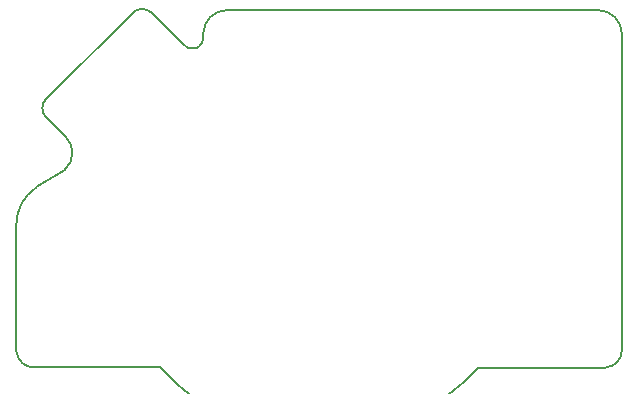
<source format=gbr>
%TF.GenerationSoftware,KiCad,Pcbnew,7.0.5*%
%TF.CreationDate,2023-07-25T09:46:54+02:00*%
%TF.ProjectId,XOL Breakout,584f4c20-4272-4656-916b-6f75742e6b69,rev?*%
%TF.SameCoordinates,Original*%
%TF.FileFunction,Profile,NP*%
%FSLAX46Y46*%
G04 Gerber Fmt 4.6, Leading zero omitted, Abs format (unit mm)*
G04 Created by KiCad (PCBNEW 7.0.5) date 2023-07-25 09:46:54*
%MOMM*%
%LPD*%
G01*
G04 APERTURE LIST*
%TA.AperFunction,Profile*%
%ADD10C,0.200000*%
%TD*%
G04 APERTURE END LIST*
D10*
X88253835Y-84637031D02*
X85758866Y-82146341D01*
X76883807Y-89438001D02*
G75*
G03*
X76883840Y-91032032I797493J-796999D01*
G01*
X78450840Y-95440031D02*
G75*
G03*
X78555837Y-92695034I-1218940J1421131D01*
G01*
X124280131Y-112184244D02*
G75*
G03*
X125617000Y-110783117I-90031J1424244D01*
G01*
X84211862Y-82160085D02*
X76883840Y-89438034D01*
X123617904Y-81944315D02*
X100108781Y-81944315D01*
X92176839Y-81944339D02*
G75*
G03*
X90176839Y-83944315I-39J-1999961D01*
G01*
X76053916Y-96954616D02*
G75*
G03*
X74355341Y-100069527I2006784J-3114884D01*
G01*
X125617000Y-110783117D02*
X125617904Y-83944315D01*
X89597754Y-85167247D02*
G75*
G03*
X89766245Y-85075051I-102154J386747D01*
G01*
X89853470Y-84994897D02*
X89766245Y-85075051D01*
X76883840Y-91032032D02*
X78555837Y-92695034D01*
X85758912Y-82146292D02*
G75*
G03*
X84211862Y-82160085I-766212J-827108D01*
G01*
X88253798Y-84637054D02*
G75*
G03*
X89597756Y-85167256I1032502J648754D01*
G01*
X74355341Y-100069527D02*
X74360150Y-110840435D01*
X74360111Y-110840438D02*
G75*
G03*
X75802061Y-112186983I1460489J118638D01*
G01*
X89853491Y-84994920D02*
G75*
G03*
X90176839Y-84258575I-676691J736320D01*
G01*
X113449370Y-112206032D02*
X124209837Y-112206032D01*
X90176839Y-83944315D02*
X90176839Y-84258575D01*
X125617885Y-83944315D02*
G75*
G03*
X123617904Y-81944315I-1999985J15D01*
G01*
X75802061Y-112186983D02*
X86500610Y-112175033D01*
X124209837Y-112206032D02*
X124280131Y-112184251D01*
X100108781Y-81944315D02*
X92176839Y-81944315D01*
X78450842Y-95440033D02*
X76053936Y-96954647D01*
X86500610Y-112175033D02*
G75*
G03*
X113449370Y-112206032I13488330J12111963D01*
G01*
M02*

</source>
